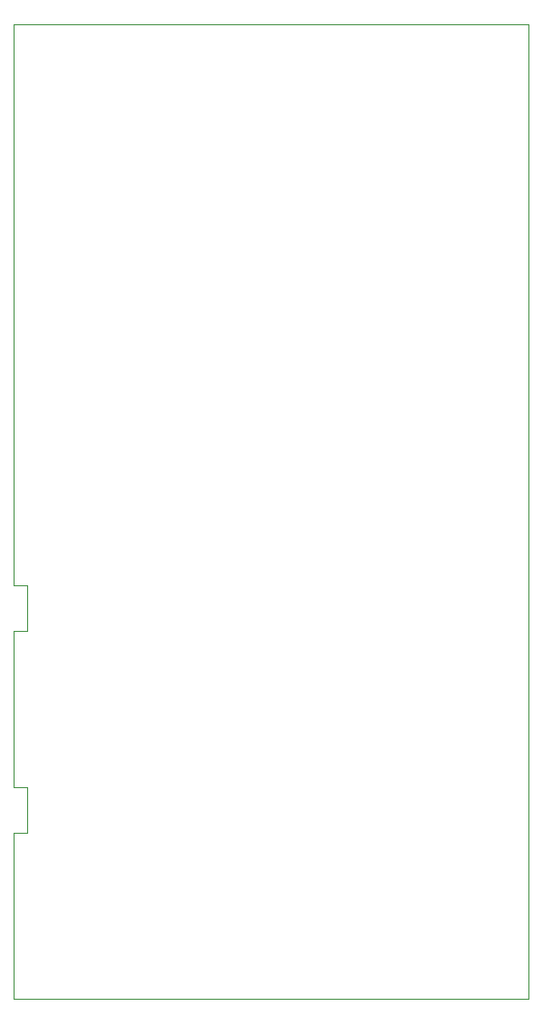
<source format=gm1>
G04 #@! TF.GenerationSoftware,KiCad,Pcbnew,(6.0.0)*
G04 #@! TF.CreationDate,2022-04-12T03:55:14+02:00*
G04 #@! TF.ProjectId,input_stage,696e7075-745f-4737-9461-67652e6b6963,rev?*
G04 #@! TF.SameCoordinates,Original*
G04 #@! TF.FileFunction,Profile,NP*
%FSLAX46Y46*%
G04 Gerber Fmt 4.6, Leading zero omitted, Abs format (unit mm)*
G04 Created by KiCad (PCBNEW (6.0.0)) date 2022-04-12 03:55:14*
%MOMM*%
%LPD*%
G01*
G04 APERTURE LIST*
G04 #@! TA.AperFunction,Profile*
%ADD10C,0.100000*%
G04 #@! TD*
G04 #@! TA.AperFunction,Profile*
%ADD11C,0.010000*%
G04 #@! TD*
G04 APERTURE END LIST*
D10*
X78750000Y-118732500D02*
X78750000Y-129250000D01*
X78750000Y-101150000D02*
X78750000Y-106732500D01*
X123750000Y-129250000D02*
X78750000Y-129250000D01*
X78750000Y-44250000D02*
X123750000Y-44250000D01*
X78750000Y-89150000D02*
X78750000Y-44250000D01*
X123750000Y-129250000D02*
X123750000Y-44250000D01*
D11*
X78750000Y-97150000D02*
X78750000Y-101150000D01*
X78750000Y-89150000D02*
X78750000Y-93150000D01*
X79950000Y-93150000D02*
X79950000Y-97150000D01*
X79950000Y-97150000D02*
X78750000Y-97150000D01*
X78750000Y-93150000D02*
X79950000Y-93150000D01*
X79950000Y-114732500D02*
X78750000Y-114732500D01*
X78750000Y-110732500D02*
X79950000Y-110732500D01*
X79950000Y-110732500D02*
X79950000Y-114732500D01*
X78750000Y-114732500D02*
X78750000Y-118732500D01*
X78750000Y-106732500D02*
X78750000Y-110732500D01*
M02*

</source>
